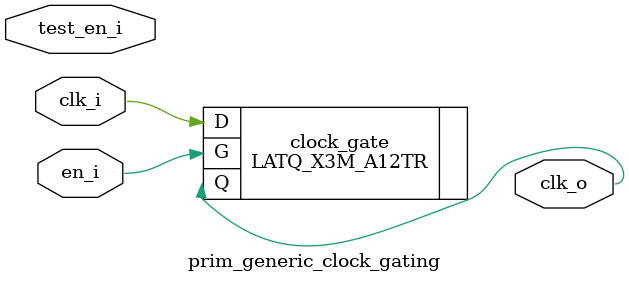
<source format=sv>

module prim_generic_clock_gating (
  input        clk_i,
  input        en_i,
  input        test_en_i,
  output logic clk_o
);

`ifdef SIM
  // Assume en_i synchronized, if not put synchronizer prior to en_i
  logic en_latch;
  always_latch begin
    if (!clk_i) begin
      en_latch = en_i | test_en_i;
    end
  end
  assign clk_o = en_latch & clk_i;
`elsif SKY130
  sky130_fd_sc_hd__dlclkp_1 CG( .CLK(clk_i), .GCLK(clk_o), .GATE(en_i | test_en_i));
`else
  LATQ_X3M_A12TR clock_gate(.Q(clk_o), .D(clk_i), .G(en_i));
`endif

endmodule

</source>
